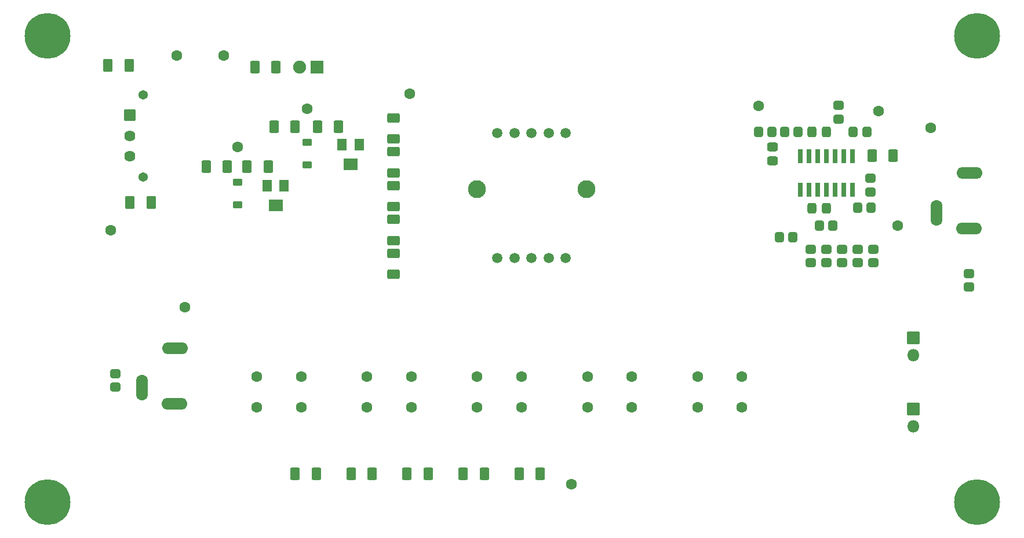
<source format=gts>
%TF.GenerationSoftware,KiCad,Pcbnew,8.0.2*%
%TF.CreationDate,2024-05-21T21:06:14-07:00*%
%TF.ProjectId,voltage ref calibration tool,766f6c74-6167-4652-9072-65662063616c,rev?*%
%TF.SameCoordinates,Original*%
%TF.FileFunction,Soldermask,Top*%
%TF.FilePolarity,Negative*%
%FSLAX46Y46*%
G04 Gerber Fmt 4.6, Leading zero omitted, Abs format (unit mm)*
G04 Created by KiCad (PCBNEW 8.0.2) date 2024-05-21 21:06:14*
%MOMM*%
%LPD*%
G01*
G04 APERTURE LIST*
G04 Aperture macros list*
%AMRoundRect*
0 Rectangle with rounded corners*
0 $1 Rounding radius*
0 $2 $3 $4 $5 $6 $7 $8 $9 X,Y pos of 4 corners*
0 Add a 4 corners polygon primitive as box body*
4,1,4,$2,$3,$4,$5,$6,$7,$8,$9,$2,$3,0*
0 Add four circle primitives for the rounded corners*
1,1,$1+$1,$2,$3*
1,1,$1+$1,$4,$5*
1,1,$1+$1,$6,$7*
1,1,$1+$1,$8,$9*
0 Add four rect primitives between the rounded corners*
20,1,$1+$1,$2,$3,$4,$5,0*
20,1,$1+$1,$4,$5,$6,$7,0*
20,1,$1+$1,$6,$7,$8,$9,0*
20,1,$1+$1,$8,$9,$2,$3,0*%
G04 Aperture macros list end*
%ADD10RoundRect,0.050000X0.900000X0.900000X-0.900000X0.900000X-0.900000X-0.900000X0.900000X-0.900000X0*%
%ADD11C,1.900000*%
%ADD12C,1.600000*%
%ADD13RoundRect,0.269231X0.430769X0.655769X-0.430769X0.655769X-0.430769X-0.655769X0.430769X-0.655769X0*%
%ADD14C,1.050000*%
%ADD15C,6.700000*%
%ADD16C,1.607998*%
%ADD17RoundRect,0.269231X-0.655769X0.430769X-0.655769X-0.430769X0.655769X-0.430769X0.655769X0.430769X0*%
%ADD18C,1.370000*%
%ADD19RoundRect,0.050000X0.760000X-0.760000X0.760000X0.760000X-0.760000X0.760000X-0.760000X-0.760000X0*%
%ADD20C,1.620000*%
%ADD21RoundRect,0.270833X0.479167X-0.379167X0.479167X0.379167X-0.479167X0.379167X-0.479167X-0.379167X0*%
%ADD22C,1.497000*%
%ADD23C,2.614600*%
%ADD24RoundRect,0.268868X0.443632X0.681132X-0.443632X0.681132X-0.443632X-0.681132X0.443632X-0.681132X0*%
%ADD25RoundRect,0.050000X-0.850000X-0.850000X0.850000X-0.850000X0.850000X0.850000X-0.850000X0.850000X0*%
%ADD26O,1.800000X1.800000*%
%ADD27RoundRect,0.270833X-0.379167X-0.479167X0.379167X-0.479167X0.379167X0.479167X-0.379167X0.479167X0*%
%ADD28RoundRect,0.271277X0.366223X0.503723X-0.366223X0.503723X-0.366223X-0.503723X0.366223X-0.503723X0*%
%ADD29RoundRect,0.050000X-0.600000X0.450000X-0.600000X-0.450000X0.600000X-0.450000X0.600000X0.450000X0*%
%ADD30RoundRect,0.269231X-0.430769X-0.655769X0.430769X-0.655769X0.430769X0.655769X-0.430769X0.655769X0*%
%ADD31RoundRect,0.105000X-0.245000X0.930000X-0.245000X-0.930000X0.245000X-0.930000X0.245000X0.930000X0*%
%ADD32RoundRect,0.050000X-0.650000X-0.800000X0.650000X-0.800000X0.650000X0.800000X-0.650000X0.800000X0*%
%ADD33RoundRect,0.050000X-1.000000X-0.800000X1.000000X-0.800000X1.000000X0.800000X-1.000000X0.800000X0*%
%ADD34O,3.800000X1.700000*%
%ADD35O,1.700000X3.800000*%
%ADD36RoundRect,0.270833X-0.479167X0.379167X-0.479167X-0.379167X0.479167X-0.379167X0.479167X0.379167X0*%
%ADD37RoundRect,0.270833X0.379167X0.479167X-0.379167X0.479167X-0.379167X-0.479167X0.379167X-0.479167X0*%
%ADD38RoundRect,0.271277X-0.503723X0.366223X-0.503723X-0.366223X0.503723X-0.366223X0.503723X0.366223X0*%
G04 APERTURE END LIST*
D10*
%TO.C,D3*%
X81153000Y-43180000D03*
D11*
X78613000Y-43180000D03*
%TD*%
D12*
%TO.C,TP8*%
X67564000Y-41529000D03*
%TD*%
%TO.C,TP9*%
X51054000Y-67056000D03*
%TD*%
D13*
%TO.C,R13*%
X97448000Y-102743000D03*
X94348000Y-102743000D03*
%TD*%
D12*
%TO.C,TP11*%
X170815000Y-52070000D03*
%TD*%
D13*
%TO.C,R11*%
X113818000Y-102743000D03*
X110718000Y-102743000D03*
%TD*%
D14*
%TO.C,H4*%
X175178000Y-106887000D03*
X175880944Y-105189944D03*
X175880944Y-108584056D03*
X177578000Y-104487000D03*
D15*
X177578000Y-106887000D03*
D14*
X177578000Y-109287000D03*
X179275056Y-105189944D03*
X179275056Y-108584056D03*
X179978000Y-106887000D03*
%TD*%
D16*
%TO.C,SW2*%
X143279002Y-92964000D03*
X136779000Y-92964000D03*
X143279002Y-88463999D03*
X136779000Y-88463999D03*
%TD*%
D17*
%TO.C,R10*%
X92329000Y-70433000D03*
X92329000Y-73533000D03*
%TD*%
D13*
%TO.C,R12*%
X105633000Y-102743000D03*
X102533000Y-102743000D03*
%TD*%
D18*
%TO.C,J2*%
X55753000Y-59243976D03*
X55753000Y-47244000D03*
D19*
X53793000Y-50243999D03*
D20*
X53793000Y-53243998D03*
X53793000Y-56243997D03*
%TD*%
D21*
%TO.C,R20*%
X157861000Y-71850000D03*
X157861000Y-69850000D03*
%TD*%
%TO.C,R31*%
X176403000Y-75406000D03*
X176403000Y-73406000D03*
%TD*%
D22*
%TO.C,SW1*%
X117522000Y-71153000D03*
X115022000Y-71153000D03*
X112522000Y-71153000D03*
X110022000Y-71153000D03*
X107522000Y-71153000D03*
X107522000Y-52853001D03*
X110022000Y-52853001D03*
X112522000Y-52853001D03*
X115022000Y-52853001D03*
X117522000Y-52853001D03*
D23*
X120522002Y-61023068D03*
X104521998Y-61023068D03*
%TD*%
D12*
%TO.C,TP3*%
X69596000Y-54864000D03*
%TD*%
D24*
%TO.C,C4*%
X56934500Y-62992000D03*
X53809500Y-62992000D03*
%TD*%
D25*
%TO.C,J4*%
X168275000Y-82799000D03*
D26*
X168275000Y-85339000D03*
%TD*%
D27*
%TO.C,R24*%
X148733000Y-68072000D03*
X150733000Y-68072000D03*
%TD*%
D16*
%TO.C,SW4*%
X111084502Y-92964000D03*
X104584500Y-92964000D03*
X111084502Y-88463999D03*
X104584500Y-88463999D03*
%TD*%
%TO.C,SW6*%
X78890002Y-92964000D03*
X72390000Y-92964000D03*
X78890002Y-88463999D03*
X72390000Y-88463999D03*
%TD*%
D28*
%TO.C,C5*%
X155596500Y-52705000D03*
X153521500Y-52705000D03*
%TD*%
D29*
%TO.C,D2*%
X69596000Y-60072000D03*
X69596000Y-63372000D03*
%TD*%
D12*
%TO.C,TP2*%
X79756000Y-49276000D03*
%TD*%
D30*
%TO.C,R1*%
X74904000Y-51943000D03*
X78004000Y-51943000D03*
%TD*%
%TO.C,R2*%
X64998000Y-57785000D03*
X68098000Y-57785000D03*
%TD*%
D12*
%TO.C,TP7*%
X60706000Y-41529000D03*
%TD*%
D16*
%TO.C,SW3*%
X127181752Y-92964000D03*
X120681750Y-92964000D03*
X127181752Y-88463999D03*
X120681750Y-88463999D03*
%TD*%
D12*
%TO.C,TP4*%
X94742000Y-47117000D03*
%TD*%
D24*
%TO.C,C3*%
X53759500Y-42926000D03*
X50634500Y-42926000D03*
%TD*%
D12*
%TO.C,TP1*%
X61849000Y-78359000D03*
%TD*%
D27*
%TO.C,R25*%
X160163000Y-63754000D03*
X162163000Y-63754000D03*
%TD*%
%TO.C,R23*%
X149495000Y-52705000D03*
X151495000Y-52705000D03*
%TD*%
D31*
%TO.C,U1*%
X159385000Y-56202500D03*
X158115000Y-56202500D03*
X156845000Y-56202500D03*
X155575000Y-56202500D03*
X154305000Y-56202500D03*
X153035000Y-56202500D03*
X151765000Y-56202500D03*
X151765000Y-61152500D03*
X153035000Y-61152500D03*
X154305000Y-61152500D03*
X155575000Y-61152500D03*
X156845000Y-61152500D03*
X158115000Y-61152500D03*
X159385000Y-61152500D03*
%TD*%
D32*
%TO.C,RV2*%
X76381000Y-60528000D03*
D33*
X75131000Y-63428000D03*
D32*
X73881000Y-60528000D03*
%TD*%
D12*
%TO.C,TP10*%
X163195000Y-49657000D03*
%TD*%
D21*
%TO.C,R19*%
X160147000Y-71850000D03*
X160147000Y-69850000D03*
%TD*%
D17*
%TO.C,R9*%
X92329000Y-65480000D03*
X92329000Y-68580000D03*
%TD*%
D21*
%TO.C,R21*%
X155575000Y-71850000D03*
X155575000Y-69850000D03*
%TD*%
%TO.C,R30*%
X157353000Y-50784000D03*
X157353000Y-48784000D03*
%TD*%
D14*
%TO.C,H1*%
X39383000Y-38608000D03*
X40085944Y-36910944D03*
X40085944Y-40305056D03*
X41783000Y-36208000D03*
D15*
X41783000Y-38608000D03*
D14*
X41783000Y-41008000D03*
X43480056Y-36910944D03*
X43480056Y-40305056D03*
X44183000Y-38608000D03*
%TD*%
D30*
%TO.C,R27*%
X72110000Y-43180000D03*
X75210000Y-43180000D03*
%TD*%
D16*
%TO.C,SW5*%
X94987252Y-92964000D03*
X88487250Y-92964000D03*
X94987252Y-88463999D03*
X88487250Y-88463999D03*
%TD*%
D34*
%TO.C,J3*%
X176431061Y-66792899D03*
X176531137Y-58692900D03*
D35*
X171731139Y-64492899D03*
%TD*%
D32*
%TO.C,RV1*%
X87356000Y-54557000D03*
D33*
X86106000Y-57457000D03*
D32*
X84856000Y-54557000D03*
%TD*%
D13*
%TO.C,R14*%
X89263000Y-102743000D03*
X86163000Y-102743000D03*
%TD*%
D21*
%TO.C,R18*%
X162433000Y-71850000D03*
X162433000Y-69850000D03*
%TD*%
D36*
%TO.C,R3*%
X51689000Y-88043000D03*
X51689000Y-90043000D03*
%TD*%
D12*
%TO.C,TP12*%
X165989000Y-66421000D03*
%TD*%
D25*
%TO.C,J5*%
X168275000Y-93218000D03*
D26*
X168275000Y-95758000D03*
%TD*%
D34*
%TO.C,J1*%
X60351924Y-92427999D03*
X60452000Y-84328000D03*
D35*
X55652002Y-90127999D03*
%TD*%
D29*
%TO.C,D1*%
X79756000Y-54230000D03*
X79756000Y-57530000D03*
%TD*%
D12*
%TO.C,TP5*%
X118364000Y-104267000D03*
%TD*%
D27*
%TO.C,R17*%
X145685000Y-52705000D03*
X147685000Y-52705000D03*
%TD*%
D30*
%TO.C,R29*%
X162280000Y-56134000D03*
X165380000Y-56134000D03*
%TD*%
D21*
%TO.C,R22*%
X153289000Y-71850000D03*
X153289000Y-69850000D03*
%TD*%
D14*
%TO.C,H3*%
X39383000Y-106887000D03*
X40085944Y-105189944D03*
X40085944Y-108584056D03*
X41783000Y-104487000D03*
D15*
X41783000Y-106887000D03*
D14*
X41783000Y-109287000D03*
X43480056Y-105189944D03*
X43480056Y-108584056D03*
X44183000Y-106887000D03*
%TD*%
D37*
%TO.C,R16*%
X156575000Y-66421000D03*
X154575000Y-66421000D03*
%TD*%
D36*
%TO.C,R26*%
X162052000Y-59452000D03*
X162052000Y-61452000D03*
%TD*%
D13*
%TO.C,R15*%
X81078000Y-102743000D03*
X77978000Y-102743000D03*
%TD*%
D17*
%TO.C,R8*%
X92329000Y-60527000D03*
X92329000Y-63627000D03*
%TD*%
%TO.C,R6*%
X92329000Y-50621000D03*
X92329000Y-53721000D03*
%TD*%
D30*
%TO.C,R5*%
X70967000Y-57787000D03*
X74067000Y-57787000D03*
%TD*%
D28*
%TO.C,C6*%
X155596500Y-63881000D03*
X153521500Y-63881000D03*
%TD*%
D12*
%TO.C,TP6*%
X145669000Y-48895000D03*
%TD*%
D30*
%TO.C,R4*%
X81254000Y-51943000D03*
X84354000Y-51943000D03*
%TD*%
D27*
%TO.C,R28*%
X159528000Y-52705000D03*
X161528000Y-52705000D03*
%TD*%
D38*
%TO.C,C2*%
X147701000Y-54842500D03*
X147701000Y-56917500D03*
%TD*%
D17*
%TO.C,R7*%
X92329000Y-55574000D03*
X92329000Y-58674000D03*
%TD*%
D14*
%TO.C,H2*%
X175178000Y-38608000D03*
X175880944Y-36910944D03*
X175880944Y-40305056D03*
X177578000Y-36208000D03*
D15*
X177578000Y-38608000D03*
D14*
X177578000Y-41008000D03*
X179275056Y-36910944D03*
X179275056Y-40305056D03*
X179978000Y-38608000D03*
%TD*%
M02*

</source>
